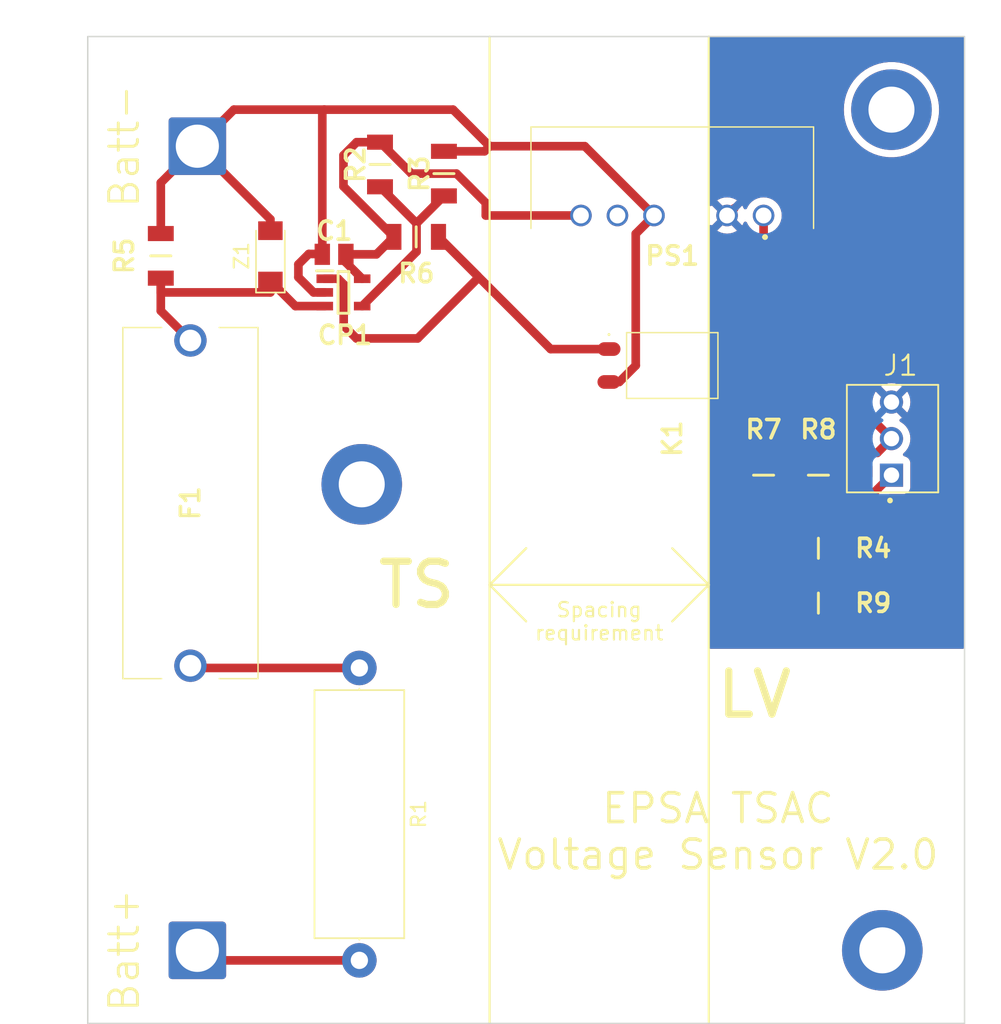
<source format=kicad_pcb>
(kicad_pcb (version 20240108) (generator "pcbnew") (generator_version "8.0")
  (layers (0 "F.Cu" signal) (31 "B.Cu" signal) (34 "B.Paste" user) (35 "F.Paste" user) (36 "B.SilkS" user "B.Silkscreen") (37 "F.SilkS" user "F.Silkscreen") (38 "B.Mask" user) (39 "F.Mask" user) (44 "Edge.Cuts" user))
  (net 0 "")
  (net 1 "Comp")
  (net 2 "0")
  (net 3 "+5V")
  (net 4 "Exit")
  (net 5 "+5VA")
  (net 6 "GND")
  (net 7 "+BATT")
  (net 8 "Net-(F1-Pad1)")
  (net 9 "Net-(CP1-IN-)")
  (net 10 "Net-(CP1-IN+)")
  (net 11 "Raw_Exit")
  (footprint "" (layer "F.Cu") (at 132.08 60.96)
    (property "Reference" "" (at 0 0 0) (layer "F.SilkS") (effects (font (size 1.27 1.27))))
    (property "Value" "")
    (pad "1" thru_hole circle (at 0 0) (size 5.6 5.6) (drill 3.2) (layers "*.Cu" "*.Mask"))
  )
  (footprint "Diode_SMD:D_MiniMELF" (layer "F.Cu") (at 88.9 71.12 90)
    (property "Reference" "Z1" (at 0 -2 90) (layer "F.SilkS"))
    (property "Value" "Zener TZM5224B-GS08")
    (fp_line (start 1.75 -1) (end -2.55 -1) (stroke (width 0.12)) (layer "F.SilkS"))
    (fp_line (start -2.55 -1) (end -2.55 1) (stroke (width 0.12)) (layer "F.SilkS"))
    (fp_line (start -2.55 1) (end 1.75 1) (stroke (width 0.12)) (layer "F.SilkS"))
    (pad "1" smd rect (at -1.75 0 90) (size 1.3 1.7) (layers "F.Cu" "F.Paste" "F.Mask") (net 9 "Net-(CP1-IN-)"))
    (pad "2" smd rect (at 1.75 0 90) (size 1.3 1.7) (layers "F.Cu" "F.Paste" "F.Mask") (net 2 "0"))
  )
  (footprint "EPSA_lib:RESC3216X70N" (layer "F.Cu") (at 127 86.36 90)
    (property "Reference" "R8" (at 3.175 0 0) (layer "F.SilkS") (effects (font (size 1.27 1.27) (thickness 0.254))))
    (property "Value" "8k2" (hide yes))
    (fp_line (start 0 -0.7) (end 0 0.7) (stroke (width 0.2)) (layer "F.SilkS"))
    (pad "1" smd rect (at -1.55 0 90) (size 1.05 1.8) (layers "F.Cu" "F.Paste" "F.Mask") (net 4 "Exit"))
    (pad "2" smd rect (at 1.55 0 90) (size 1.05 1.8) (layers "F.Cu" "F.Paste" "F.Mask") (net 5 "+5VA"))
  )
  (footprint "EPSA_lib:CPC1394GR" (layer "F.Cu") (at 116.84 78.74 -90)
    (property "Reference" "K1" (at 5.08 0 90) (layer "F.SilkS") (effects (font (size 1.27 1.27) (thickness 0.254))))
    (property "Value" "SSR CPC1394GR" (hide yes))
    (fp_line (start -2.2 4.4) (end -2.2 4.4) (stroke (width 0.1)) (layer "F.SilkS"))
    (fp_line (start -2.1 4.4) (end -2.1 4.4) (stroke (width 0.1)) (layer "F.SilkS"))
    (fp_line (start -2.286 3.175) (end -2.286 -3.175) (stroke (width 0.1)) (layer "F.SilkS"))
    (fp_line (start 2.286 3.175) (end -2.286 3.175) (stroke (width 0.1)) (layer "F.SilkS"))
    (fp_line (start -2.286 -3.175) (end 2.286 -3.175) (stroke (width 0.1)) (layer "F.SilkS"))
    (fp_line (start 2.286 -3.175) (end 2.286 3.175) (stroke (width 0.1)) (layer "F.SilkS"))
    (fp_arc (start -2.2 4.4) (mid -2.15 4.35) (end -2.1 4.4) (stroke (width 0.1)) (layer "F.SilkS"))
    (fp_arc (start -2.1 4.4) (mid -2.15 4.45) (end -2.2 4.4) (stroke (width 0.1)) (layer "F.SilkS"))
    (pad "1" smd oval (at -1.143 4.4 270) (size 0.95 1.6) (layers "F.Cu" "F.Paste" "F.Mask") (net 1 "Comp"))
    (pad "2" smd oval (at 1.143 4.4 270) (size 0.95 1.6) (layers "F.Cu" "F.Paste" "F.Mask") (net 2 "0"))
    (pad "3" smd oval (at 1.143 -4.4 270) (size 0.95 1.6) (layers "F.Cu" "F.Paste" "F.Mask") (net 11 "Raw_Exit"))
    (pad "4" smd oval (at -1.143 -4.4 270) (size 0.95 1.6) (layers "F.Cu" "F.Paste" "F.Mask") (net 5 "+5VA"))
  )
  (footprint "" (layer "F.Cu") (at 95.25 86.995)
    (property "Reference" "" (at 0 0 0) (layer "F.SilkS") (effects (font (size 1.27 1.27))))
    (property "Value" "")
    (pad "1" thru_hole circle (at 0 0) (size 5.6 5.6) (drill 3.2) (layers "*.Cu" "*.Mask"))
  )
  (footprint "EPSA_lib:SOT95P280X145-5N" (layer "F.Cu") (at 93.98 73.66)
    (property "Reference" "CP1" (at 0.103988 2.97137 0) (layer "F.SilkS") (effects (font (size 1.27 1.27) (thickness 0.254))))
    (property "Value" "Comparateur TS391ILT" (hide yes))
    (fp_line (start -1.875 -1.5) (end -0.725 -1.5) (stroke (width 0.2)) (layer "F.SilkS"))
    (fp_line (start -0.375 -1.45) (end 0.375 -1.45) (stroke (width 0.2)) (layer "F.SilkS"))
    (fp_line (start -0.375 1.45) (end -0.375 -1.45) (stroke (width 0.2)) (layer "F.SilkS"))
    (fp_line (start 0.375 -1.45) (end 0.375 1.45) (stroke (width 0.2)) (layer "F.SilkS"))
    (fp_line (start 0.375 1.45) (end -0.375 1.45) (stroke (width 0.2)) (layer "F.SilkS"))
    (pad "1" smd rect (at -1.3 -0.95 90) (size 0.6 1.15) (layers "F.Cu" "F.Paste" "F.Mask") (net 1 "Comp"))
    (pad "2" smd rect (at -1.3 0 90) (size 0.6 1.15) (layers "F.Cu" "F.Paste" "F.Mask") (net 2 "0"))
    (pad "3" smd rect (at -1.3 0.95 90) (size 0.6 1.15) (layers "F.Cu" "F.Paste" "F.Mask") (net 9 "Net-(CP1-IN-)"))
    (pad "4" smd rect (at 1.3 0.95 90) (size 0.6 1.15) (layers "F.Cu" "F.Paste" "F.Mask") (net 10 "Net-(CP1-IN+)"))
    (pad "5" smd rect (at 1.3 -0.95 90) (size 0.6 1.15) (layers "F.Cu" "F.Paste" "F.Mask") (net 3 "+5V"))
  )
  (footprint "EPSA_lib:RESC3216X70N" (layer "F.Cu") (at 123.19 86.36 -90)
    (property "Reference" "R7" (at -3.175 0 180) (layer "F.SilkS") (effects (font (size 1.27 1.27) (thickness 0.254))))
    (property "Value" "2k" (hide yes))
    (fp_line (start 0 -0.7) (end 0 0.7) (stroke (width 0.2)) (layer "F.SilkS"))
    (pad "1" smd rect (at -1.55 0 270) (size 1.05 1.8) (layers "F.Cu" "F.Paste" "F.Mask") (net 6 "GND"))
    (pad "2" smd rect (at 1.55 0 270) (size 1.05 1.8) (layers "F.Cu" "F.Paste" "F.Mask") (net 11 "Raw_Exit"))
  )
  (footprint "" (layer "F.Cu") (at 131.445 119.38)
    (property "Reference" "" (at 0 0 0) (layer "F.SilkS") (effects (font (size 1.27 1.27))))
    (property "Value" "")
    (pad "1" thru_hole circle (at 0 0) (size 5.6 5.6) (drill 3.2) (layers "*.Cu" "*.Mask"))
  )
  (footprint "EPSA_lib:MOLEX_22-11-2032" (layer "F.Cu") (at 132.08 86.36 90)
    (property "Reference" "J1" (at 7.62 0.635 180) (layer "F.SilkS") (effects (font (size 1.4 1.4))))
    (property "Value" "3P Droit 22-11-2032")
    (fp_line (start 6.275 -3.1) (end -1.195 -3.1) (stroke (width 0.127)) (layer "F.SilkS"))
    (fp_line (start -1.195 -3.1) (end -1.195 3.25) (stroke (width 0.127)) (layer "F.SilkS"))
    (fp_line (start 6.275 3.25) (end 6.275 -3.1) (stroke (width 0.127)) (layer "F.SilkS"))
    (fp_line (start -1.195 3.25) (end 6.275 3.25) (stroke (width 0.127)) (layer "F.SilkS"))
    (fp_circle (center -1.76 -0.1) (end -1.66 -0.1) (stroke (width 0.2)) (fill none) (layer "F.SilkS"))
    (pad "1" thru_hole rect (at 0 0 90) (size 1.61 1.61) (drill 1.07) (layers "*.Cu" "*.Mask") (net 4 "Exit"))
    (pad "2" thru_hole circle (at 2.54 0 90) (size 1.61 1.61) (drill 1.07) (layers "*.Cu" "*.Mask") (net 5 "+5VA"))
    (pad "3" thru_hole circle (at 5.08 0 90) (size 1.61 1.61) (drill 1.07) (layers "*.Cu" "*.Mask") (net 6 "GND"))
  )
  (footprint "Connector_Wire:SolderWire-2.5sqmm_1x01_D2.4mm_OD3.6mm" (layer "F.Cu") (at 83.82 63.5)
    (property "Reference" "TP2" (hide yes))
    (property "Value" "type=\"R\" model=\"TestPoint\" lib=\"\"")
    (pad "1" thru_hole roundrect (at 0 0) (size 4 4) (drill 3) (layers "*.Cu" "*.Mask") (roundrect_rratio 0.0625) (net 2 "0"))
  )
  (footprint "EPSA_lib:RESC3216X70N" (layer "F.Cu") (at 127 91.44)
    (property "Reference" "R4" (at 3.81 0 0) (layer "F.SilkS") (effects (font (size 1.27 1.27) (thickness 0.254))))
    (property "Value" "3k9" (hide yes))
    (fp_line (start 0 -0.7) (end 0 0.7) (stroke (width 0.2)) (layer "F.SilkS"))
    (pad "1" smd rect (at -1.55 0) (size 1.05 1.8) (layers "F.Cu" "F.Paste" "F.Mask") (net 11 "Raw_Exit"))
    (pad "2" smd rect (at 1.55 0) (size 1.05 1.8) (layers "F.Cu" "F.Paste" "F.Mask") (net 4 "Exit"))
  )
  (footprint "Connector_Wire:SolderWire-2.5sqmm_1x01_D2.4mm_OD3.6mm" (layer "F.Cu") (at 83.82 119.38)
    (property "Reference" "TP1" (hide yes))
    (property "Value" "type=\"R\" model=\"TestPoint\" lib=\"\"")
    (pad "1" thru_hole roundrect (at 0 0) (size 4 4) (drill 3) (layers "*.Cu" "*.Mask") (roundrect_rratio 0.0625) (net 7 "+BATT"))
  )
  (footprint "EPSA_lib:RESC3216X70N" (layer "F.Cu") (at 81.28 71.12 -90)
    (property "Reference" "R5" (at 0 2.54 90) (layer "F.SilkS") (effects (font (size 1.27 1.27) (thickness 0.254))))
    (property "Value" "33k" (hide yes))
    (fp_line (start 0 -0.7) (end 0 0.7) (stroke (width 0.2)) (layer "F.SilkS"))
    (pad "1" smd rect (at -1.55 0 270) (size 1.05 1.8) (layers "F.Cu" "F.Paste" "F.Mask") (net 2 "0"))
    (pad "2" smd rect (at 1.55 0 270) (size 1.05 1.8) (layers "F.Cu" "F.Paste" "F.Mask") (net 9 "Net-(CP1-IN-)"))
  )
  (footprint "EPSA_lib:0PTF0078P" (layer "F.Cu") (at 83.339117 88.300885 90)
    (property "Reference" "F1" (at 0 0 90) (layer "F.SilkS") (effects (font (size 1.27 1.27) (thickness 0.254))))
    (property "Value" "Fuse" (hide yes))
    (fp_line (start 12.2 -4.7) (end 12.2 -2) (stroke (width 0.1)) (layer "F.SilkS"))
    (fp_line (start -12.2 -4.7) (end 12.2 -4.7) (stroke (width 0.1)) (layer "F.SilkS"))
    (fp_line (start -12.2 -2) (end -12.2 -4.7) (stroke (width 0.1)) (layer "F.SilkS"))
    (fp_line (start -12.2 2) (end -12.2 4.7) (stroke (width 0.1)) (layer "F.SilkS"))
    (fp_line (start 12.2 4.7) (end 12.2 2) (stroke (width 0.1)) (layer "F.SilkS"))
    (fp_line (start -12.2 4.7) (end 12.2 4.7) (stroke (width 0.1)) (layer "F.SilkS"))
    (pad "1" thru_hole circle (at -11.3 0 90) (size 2.25 2.25) (drill 1.5) (layers "*.Cu" "*.Mask") (net 8 "Net-(F1-Pad1)"))
    (pad "2" thru_hole circle (at 11.3 0 90) (size 2.25 2.25) (drill 1.5) (layers "*.Cu" "*.Mask") (net 9 "Net-(CP1-IN-)"))
  )
  (footprint "EPSA_lib:RESC3216X70N" (layer "F.Cu") (at 100.965 65.405 90)
    (property "Reference" "R3" (at -0.011901 -1.701971 -90) (layer "F.SilkS") (effects (font (size 1.27 1.27) (thickness 0.254))))
    (property "Value" "1k" (hide yes))
    (fp_line (start 0 -0.7) (end 0 0.7) (stroke (width 0.2)) (layer "F.SilkS"))
    (pad "1" smd rect (at -1.55 0 90) (size 1.05 1.8) (layers "F.Cu" "F.Paste" "F.Mask") (net 10 "Net-(CP1-IN+)"))
    (pad "2" smd rect (at 1.55 0 90) (size 1.05 1.8) (layers "F.Cu" "F.Paste" "F.Mask") (net 2 "0"))
  )
  (footprint "EPSA_lib:RESC3216X70N" (layer "F.Cu") (at 99.035212 69.799441 180)
    (property "Reference" "R6" (at -0.011901 -2.54 0) (layer "F.SilkS") (effects (font (size 1.27 1.27) (thickness 0.254))))
    (property "Value" "2k7" (hide yes))
    (fp_line (start 0 -0.7) (end 0 0.7) (stroke (width 0.2)) (layer "F.SilkS"))
    (pad "1" smd rect (at -1.55 0 180) (size 1.05 1.8) (layers "F.Cu" "F.Paste" "F.Mask") (net 1 "Comp"))
    (pad "2" smd rect (at 1.55 0 180) (size 1.05 1.8) (layers "F.Cu" "F.Paste" "F.Mask") (net 3 "+5V"))
  )
  (footprint "EPSA_lib:CAPC2012X130N" (layer "F.Cu") (at 93.327966 71.013855)
    (property "Reference" "C1" (at 0.011623 -1.627268 0) (layer "F.SilkS") (effects (font (size 1.27 1.27) (thickness 0.254))))
    (property "Value" "Condensateur 0805Y1000104JXT" (hide yes))
    (pad "1" smd rect (at -0.82 0) (size 1.07 1.47) (layers "F.Cu" "F.Paste" "F.Mask") (net 2 "0"))
    (pad "2" smd rect (at 0.82 0) (size 1.07 1.47) (layers "F.Cu" "F.Paste" "F.Mask") (net 3 "+5V"))
  )
  (footprint "EPSA_lib:RESC3216X70N" (layer "F.Cu") (at 96.52 64.77 90)
    (property "Reference" "R2" (at -0.011901 -1.701971 -90) (layer "F.SilkS") (effects (font (size 1.27 1.27) (thickness 0.254))))
    (property "Value" "1k2" (hide yes))
    (fp_line (start 0 -0.7) (end 0 0.7) (stroke (width 0.2)) (layer "F.SilkS"))
    (pad "1" smd rect (at -1.55 0 90) (size 1.05 1.8) (layers "F.Cu" "F.Paste" "F.Mask") (net 10 "Net-(CP1-IN+)"))
    (pad "2" smd rect (at 1.55 0 90) (size 1.05 1.8) (layers "F.Cu" "F.Paste" "F.Mask") (net 3 "+5V"))
  )
  (footprint "EPSA_lib:RESC3216X70N" (layer "F.Cu") (at 127 95.25)
    (property "Reference" "R9" (at 3.81 0 0) (layer "F.SilkS") (effects (font (size 1.27 1.27) (thickness 0.254))))
    (property "Value" "8k2" (hide yes))
    (fp_line (start 0 -0.7) (end 0 0.7) (stroke (width 0.2)) (layer "F.SilkS"))
    (pad "1" smd rect (at -1.55 0) (size 1.05 1.8) (layers "F.Cu" "F.Paste" "F.Mask") (net 6 "GND"))
    (pad "2" smd rect (at 1.55 0) (size 1.05 1.8) (layers "F.Cu" "F.Paste" "F.Mask") (net 4 "Exit"))
  )
  (footprint "Resistor_THT:R_Axial_DIN0617_L17.0mm_D6.0mm_P20.32mm_Horizontal" (layer "F.Cu") (at 95.085306 99.757822 -90)
    (property "Reference" "R1" (at 10.16 -4.12 -90) (layer "F.SilkS"))
    (property "Value" "820k")
    (fp_line (start 1.54 3.12) (end 18.78 3.12) (stroke (width 0.12)) (layer "F.SilkS"))
    (fp_line (start 18.78 3.12) (end 18.78 -3.12) (stroke (width 0.12)) (layer "F.SilkS"))
    (fp_line (start 1.44 0) (end 1.54 0) (stroke (width 0.12)) (layer "F.SilkS"))
    (fp_line (start 18.88 0) (end 18.78 0) (stroke (width 0.12)) (layer "F.SilkS"))
    (fp_line (start 1.54 -3.12) (end 1.54 3.12) (stroke (width 0.12)) (layer "F.SilkS"))
    (fp_line (start 18.78 -3.12) (end 1.54 -3.12) (stroke (width 0.12)) (layer "F.SilkS"))
    (pad "1" thru_hole circle (at 0 0 270) (size 2.4 2.4) (drill 1.2) (layers "*.Cu" "*.Mask") (net 8 "Net-(F1-Pad1)"))
    (pad "2" thru_hole oval (at 20.32 0 270) (size 2.4 2.4) (drill 1.2) (layers "*.Cu" "*.Mask") (net 7 "+BATT"))
  )
  (footprint "EPSA_lib:PDM2S5S5S" (layer "F.Cu") (at 123.19 68.315 180)
    (property "Reference" "PS1" (at 6.35 -2.805 0) (layer "F.SilkS") (effects (font (size 1.27 1.27) (thickness 0.254))))
    (property "Value" "Alim Iso PDM2-S5-S5-S" (hide yes))
    (fp_line (start 16.175 6.15) (end 16.175 -0.9) (stroke (width 0.1)) (layer "F.SilkS"))
    (fp_line (start 0 -1.5) (end 0 -1.5) (stroke (width 0.2)) (layer "F.SilkS"))
    (fp_line (start -0.2 -1.5) (end -0.2 -1.5) (stroke (width 0.2)) (layer "F.SilkS"))
    (fp_line (start -3.475 6.15) (end 16.175 6.15) (stroke (width 0.1)) (layer "F.SilkS"))
    (fp_line (start -3.475 -0.9) (end -3.475 6.15) (stroke (width 0.1)) (layer "F.SilkS"))
    (fp_arc (start 0 -1.5) (mid -0.1 -1.4) (end -0.2 -1.5) (stroke (width 0.2)) (layer "F.SilkS"))
    (fp_arc (start -0.2 -1.5) (mid -0.1 -1.6) (end 0 -1.5) (stroke (width 0.2)) (layer "F.SilkS"))
    (pad "1" thru_hole circle (at 0 0 180) (size 1.5 1.5) (drill 1.1) (layers "*.Cu" "*.Mask") (net 5 "+5VA"))
    (pad "2" thru_hole circle (at 2.54 0 180) (size 1.5 1.5) (drill 1.1) (layers "*.Cu" "*.Mask") (net 6 "GND"))
    (pad "4" thru_hole circle (at 7.62 0 180) (size 1.5 1.5) (drill 1.1) (layers "*.Cu" "*.Mask") (net 2 "0"))
    (pad "5" thru_hole circle (at 10.16 0 180) (size 1.5 1.5) (drill 1.1) (layers "*.Cu" "*.Mask"))
    (pad "6" thru_hole circle (at 12.7 0 180) (size 1.5 1.5) (drill 1.1) (layers "*.Cu" "*.Mask") (net 3 "+5V"))
  )
  (gr_line (start 119.38 55.88) (end 119.38 124.46) (stroke (width 0.15)) (layer "F.SilkS"))
  (gr_line (start 106.68 96.52) (end 104.14 93.98) (stroke (width 0.15)) (layer "F.SilkS"))
  (gr_line (start 116.84 91.44) (end 119.38 93.98) (stroke (width 0.15)) (layer "F.SilkS"))
  (gr_line (start 104.14 93.98) (end 106.68 91.44) (stroke (width 0.15)) (layer "F.SilkS"))
  (gr_line (start 104.14 55.88) (end 104.14 124.46) (stroke (width 0.15)) (layer "F.SilkS"))
  (gr_line (start 104.14 93.98) (end 119.38 93.98) (stroke (width 0.15)) (layer "F.SilkS"))
  (gr_line (start 119.38 93.98) (end 116.84 96.52) (stroke (width 0.15)) (layer "F.SilkS"))
  (gr_line (start 106.68 91.44) (end 104.14 93.98) (stroke (width 0.15)) (layer "F.SilkS"))
  (gr_rect (start 76.2 55.88) (end 137.16 124.46) (stroke (width 0.1)) (fill none) (layer "Edge.Cuts"))
  (gr_text "Batt+" (at 78.74 119.38 90) (layer "F.SilkS") (effects (font (size 2 2) (thickness 0.2))))
  (gr_text "TS" (at 99.06 93.98 0) (layer "F.SilkS") (effects (font (size 3 3) (thickness 0.5))))
  (gr_text "EPSA TSAC\nVoltage Sensor V2.0" (at 120.015 111.125 0) (layer "F.SilkS") (effects (font (size 2 2) (thickness 0.25))))
  (gr_text "Spacing\nrequirement" (at 111.76 96.52 0) (layer "F.SilkS") (effects (font (size 1 1))))
  (gr_text "Batt-" (at 78.74 63.5 90) (layer "F.SilkS") (effects (font (size 2 2) (thickness 0.2))))
  (gr_text "LV" (at 122.555 101.6 0) (layer "F.SilkS") (effects (font (size 3 3) (thickness 0.5))))
  (segment (start 103.296306 72.510535) (end 100.585212 69.799441) (width 0.6) (layer "F.Cu") (net 1))
  (segment (start 94.882187 76.857634) (end 99.137991 76.857634) (width 0.6) (layer "F.Cu") (net 1))
  (segment (start 92.68 72.71) (end 93.605 72.71) (width 0.6) (layer "F.Cu") (net 1))
  (segment (start 103.296306 72.699319) (end 103.296306 72.510535) (width 0.6) (layer "F.Cu") (net 1))
  (segment (start 112.44 77.597) (end 108.382771 77.597) (width 0.6) (layer "F.Cu") (net 1))
  (segment (start 93.995868 75.971315) (end 94.882187 76.857634) (width 0.6) (layer "F.Cu") (net 1))
  (segment (start 93.995868 73.100868) (end 93.995868 75.971315) (width 0.6) (layer "F.Cu") (net 1))
  (segment (start 99.137991 76.857634) (end 103.296306 72.699319) (width 0.6) (layer "F.Cu") (net 1))
  (segment (start 93.605 72.71) (end 93.995868 73.100868) (width 0.6) (layer "F.Cu") (net 1))
  (segment (start 108.382771 77.597) (end 100.585212 69.799441) (width 0.6) (layer "F.Cu") (net 1))
  (segment (start 110.755 63.5) (end 104.14 63.5) (width 0.6) (layer "F.Cu") (net 2))
  (segment (start 114.3 78.74) (end 113.157 79.883) (width 0.6) (layer "F.Cu") (net 2))
  (segment (start 104.14 63.5) (end 101.6 60.96) (width 0.6) (layer "F.Cu") (net 2))
  (segment (start 88.9 68.58) (end 88.9 69.37) (width 0.6) (layer "F.Cu") (net 2))
  (segment (start 92.646125 60.96) (end 86.36 60.96) (width 0.6) (layer "F.Cu") (net 2))
  (segment (start 103.785 63.855) (end 100.965 63.855) (width 0.6) (layer "F.Cu") (net 2))
  (segment (start 113.157 79.883) (end 112.44 79.883) (width 0.6) (layer "F.Cu") (net 2))
  (segment (start 91.567565 70.988805) (end 92.482916 70.988805) (width 0.6) (layer "F.Cu") (net 2))
  (segment (start 83.82 63.5) (end 88.9 68.58) (width 0.6) (layer "F.Cu") (net 2))
  (segment (start 83.82 63.5) (end 81.28 66.04) (width 0.6) (layer "F.Cu") (net 2))
  (segment (start 92.507966 61.098159) (end 92.646125 60.96) (width 0.6) (layer "F.Cu") (net 2))
  (segment (start 101.6 60.96) (end 92.646125 60.96) (width 0.6) (layer "F.Cu") (net 2))
  (segment (start 115.57 68.315) (end 110.755 63.5) (width 0.6) (layer "F.Cu") (net 2))
  (segment (start 115.57 68.315) (end 114.3 69.585) (width 0.6) (layer "F.Cu") (net 2))
  (segment (start 92.68 73.66) (end 91.899028 73.66) (width 0.6) (layer "F.Cu") (net 2))
  (segment (start 86.36 60.96) (end 83.82 63.5) (width 0.6) (layer "F.Cu") (net 2))
  (segment (start 81.28 66.04) (end 81.28 69.57) (width 0.6) (layer "F.Cu") (net 2))
  (segment (start 104.14 63.5) (end 103.785 63.855) (width 0.6) (layer "F.Cu") (net 2))
  (segment (start 92.507966 71.013855) (end 92.507966 61.098159) (width 0.6) (layer "F.Cu") (net 2))
  (segment (start 114.3 69.585) (end 114.3 78.74) (width 0.6) (layer "F.Cu") (net 2))
  (segment (start 90.846148 72.60712) (end 90.846148 71.710222) (width 0.6) (layer "F.Cu") (net 2))
  (segment (start 91.899028 73.66) (end 90.846148 72.60712) (width 0.6) (layer "F.Cu") (net 2))
  (segment (start 90.846148 71.710222) (end 91.567565 70.988805) (width 0.6) (layer "F.Cu") (net 2))
  (segment (start 93.98 64.135) (end 93.98 66.294229) (width 0.6) (layer "F.Cu") (net 3))
  (segment (start 103.875 67.44) (end 101.84 65.405) (width 0.6) (layer "F.Cu") (net 3))
  (segment (start 98.705 65.405) (end 96.52 63.22) (width 0.6) (layer "F.Cu") (net 3))
  (segment (start 96.270798 71.013855) (end 97.485212 69.799441) (width 0.6) (layer "F.Cu") (net 3))
  (segment (start 110.49 68.315) (end 103.875 68.315) (width 0.6) (layer "F.Cu") (net 3))
  (segment (start 96.52 63.22) (end 94.895 63.22) (width 0.6) (layer "F.Cu") (net 3))
  (segment (start 94.147966 71.577966) (end 95.28 72.71) (width 0.6) (layer "F.Cu") (net 3))
  (segment (start 93.98 66.294229) (end 97.485212 69.799441) (width 0.6) (layer "F.Cu") (net 3))
  (segment (start 94.147966 71.013855) (end 96.270798 71.013855) (width 0.6) (layer "F.Cu") (net 3))
  (segment (start 103.875 68.315) (end 103.875 67.44) (width 0.6) (layer "F.Cu") (net 3))
  (segment (start 94.895 63.22) (end 93.98 64.135) (width 0.6) (layer "F.Cu") (net 3))
  (segment (start 94.147966 71.013855) (end 94.147966 71.577966) (width 0.6) (layer "F.Cu") (net 3))
  (segment (start 101.84 65.405) (end 98.705 65.405) (width 0.6) (layer "F.Cu") (net 3))
  (segment (start 128.55 91.44) (end 128.55 89.46) (width 0.6) (layer "F.Cu") (net 4))
  (segment (start 128.55 91.44) (end 128.55 89.89) (width 0.6) (layer "F.Cu") (net 4))
  (segment (start 128.55 89.89) (end 132.08 86.36) (width 0.6) (layer "F.Cu") (net 4))
  (segment (start 128.55 89.46) (end 127 87.91) (width 0.6) (layer "F.Cu") (net 4))
  (segment (start 128.55 95.25) (end 128.55 91.44) (width 0.6) (layer "F.Cu") (net 4))
  (segment (start 121.24 77.597) (end 125.857 77.597) (width 0.6) (layer "F.Cu") (net 5))
  (segment (start 127 84.81) (end 131.09 84.81) (width 0.6) (layer "F.Cu") (net 5))
  (segment (start 131.09 84.81) (end 132.08 83.82) (width 0.6) (layer "F.Cu") (net 5))
  (segment (start 125.857 77.597) (end 132.08 83.82) (width 0.6) (layer "F.Cu") (net 5))
  (segment (start 123.19 74.93) (end 125.857 77.597) (width 0.6) (layer "F.Cu") (net 5))
  (segment (start 123.19 68.315) (end 123.19 74.93) (width 0.6) (layer "F.Cu") (net 5))
  (segment (start 120.65 68.315) (end 121.1525 67.8125) (width 0.6) (layer "F.Cu") (net 6))
  (segment (start 84.517822 120.077822) (end 95.085306 120.077822) (width 0.6) (layer "F.Cu") (net 7))
  (segment (start 95.085306 99.757822) (end 83.496054 99.757822) (width 0.6) (layer "F.Cu") (net 8))
  (segment (start 88.9 72.87) (end 90.64 74.61) (width 0.6) (layer "F.Cu") (net 9))
  (segment (start 88.9 73.66) (end 81.28 73.66) (width 0.6) (layer "F.Cu") (net 9))
  (segment (start 81.28 72.67) (end 81.28 73.66) (width 0.6) (layer "F.Cu") (net 9))
  (segment (start 88.9 72.87) (end 88.9 73.66) (width 0.6) (layer "F.Cu") (net 9))
  (segment (start 83.339117 77.000885) (end 81.28 74.941768) (width 0.6) (layer "F.Cu") (net 9))
  (segment (start 81.28 74.941768) (end 81.28 72.67) (width 0.6) (layer "F.Cu") (net 9))
  (segment (start 90.64 74.61) (end 92.68 74.61) (width 0.6) (layer "F.Cu") (net 9))
  (segment (start 99.06 70.83) (end 99.06 68.86) (width 0.6) (layer "F.Cu") (net 10))
  (segment (start 95.28 74.61) (end 99.06 70.83) (width 0.6) (layer "F.Cu") (net 10))
  (segment (start 99.06 68.86) (end 100.965 66.955) (width 0.6) (layer "F.Cu") (net 10))
  (segment (start 99.06 68.86) (end 96.52 66.32) (width 0.6) (layer "F.Cu") (net 10))
  (segment (start 123.19 87.91) (end 123.19 89.18) (width 0.6) (layer "F.Cu") (net 11))
  (segment (start 121.24 79.883) (end 121.24 85.96) (width 0.6) (layer "F.Cu") (net 11))
  (segment (start 123.19 89.18) (end 125.45 91.44) (width 0.6) (layer "F.Cu") (net 11))
  (segment (start 121.24 85.96) (end 123.19 87.91) (width 0.6) (layer "F.Cu") (net 11))
  (zone (net 6) (net_name "GND") (layers "F&B.Cu") (connect_pads (clearance 0.508)) (min_thickness 0.254) (fill yes (thermal_gap 0.508) (thermal_bridge_width 0.508))
    (polygon (pts (xy 139.7 98.425) (xy 119.38 98.425) (xy 119.38 53.34) (xy 139.7 53.34)))
  )
)
</source>
